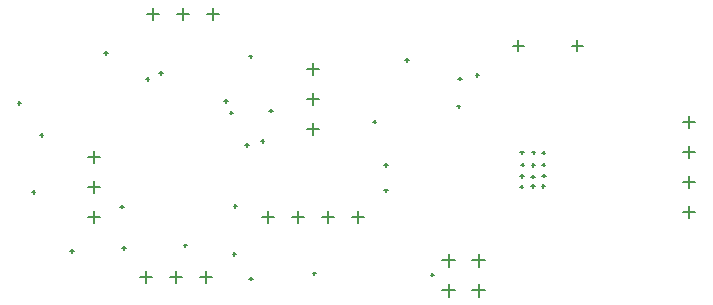
<source format=gbr>
G04*
G04 #@! TF.GenerationSoftware,Altium Limited,Altium Designer,25.8.1 (18)*
G04*
G04 Layer_Color=128*
%FSLAX25Y25*%
%MOIN*%
G70*
G04*
G04 #@! TF.SameCoordinates,4BE62294-00A5-47EF-9B78-CB70749D35C4*
G04*
G04*
G04 #@! TF.FilePolarity,Positive*
G04*
G01*
G75*
%ADD86C,0.00500*%
D86*
X108265Y-4970D02*
X112281D01*
X110273Y-6978D02*
Y-2962D01*
X108265Y5030D02*
X112281D01*
X110273Y3022D02*
Y7038D01*
X108265Y-14970D02*
X112281D01*
X110273Y-16978D02*
Y-12962D01*
X108265Y15030D02*
X112281D01*
X110273Y13022D02*
Y17038D01*
X-90080Y-16726D02*
X-86065D01*
X-88073Y-18734D02*
Y-14718D01*
X-90080Y-6726D02*
X-86065D01*
X-88073Y-8734D02*
Y-4718D01*
X-90080Y3274D02*
X-86065D01*
X-88073Y1266D02*
Y5282D01*
X-2046Y-16647D02*
X1970D01*
X-38Y-18655D02*
Y-14639D01*
X-32046Y-16647D02*
X-28030D01*
X-30038Y-18655D02*
Y-14639D01*
X-12046Y-16647D02*
X-8030D01*
X-10038Y-18655D02*
Y-14639D01*
X-22046Y-16647D02*
X-18030D01*
X-20038Y-18655D02*
Y-14639D01*
X71346Y40397D02*
X74889D01*
X73118Y38626D02*
Y42169D01*
X51661Y40397D02*
X55204D01*
X53433Y38626D02*
Y42169D01*
X38059Y-41240D02*
X42390D01*
X40225Y-43405D02*
Y-39075D01*
X28060Y-41240D02*
X32390D01*
X30225Y-43405D02*
Y-39075D01*
X28060Y-31240D02*
X32390D01*
X30225Y-33405D02*
Y-29074D01*
X38059Y-31240D02*
X42390D01*
X40225Y-33405D02*
Y-29074D01*
X-60500Y50888D02*
X-56485D01*
X-58492Y48880D02*
Y52896D01*
X-70500Y50888D02*
X-66484D01*
X-68492Y48880D02*
Y52896D01*
X-50500Y50888D02*
X-46485D01*
X-48492Y48880D02*
Y52896D01*
X-16984Y12556D02*
X-12968D01*
X-14976Y10548D02*
Y14564D01*
X-16984Y32556D02*
X-12968D01*
X-14976Y30548D02*
Y34564D01*
X-16984Y22556D02*
X-12968D01*
X-14976Y20548D02*
Y24564D01*
X-52865Y-36615D02*
X-48850D01*
X-50858Y-38623D02*
Y-34608D01*
X-62866Y-36615D02*
X-58850D01*
X-60858Y-38623D02*
Y-34608D01*
X-72865Y-36615D02*
X-68850D01*
X-70858Y-38623D02*
Y-34608D01*
X53872Y-6605D02*
X55053D01*
X54463Y-7196D02*
Y-6015D01*
X57671Y-6360D02*
X58852D01*
X58262Y-6951D02*
Y-5770D01*
X61144Y-6442D02*
X62325D01*
X61734Y-7033D02*
Y-5852D01*
X61430Y-2970D02*
X62611D01*
X62020Y-3560D02*
Y-2379D01*
X57712Y-3256D02*
X58893D01*
X58303Y-3846D02*
Y-2665D01*
X53954Y-3133D02*
X55135D01*
X54544Y-3724D02*
Y-2543D01*
X54228Y691D02*
X55409D01*
X54819Y101D02*
Y1282D01*
X57802Y632D02*
X58984D01*
X58393Y41D02*
Y1222D01*
X61258Y751D02*
X62439D01*
X61848Y160D02*
Y1342D01*
X61198Y4683D02*
X62379D01*
X61789Y4092D02*
Y5273D01*
X57922Y4802D02*
X59103D01*
X58512Y4211D02*
Y5393D01*
X54049Y4802D02*
X55231D01*
X54640Y4211D02*
Y5393D01*
X-70802Y29297D02*
X-69621D01*
X-70211Y28707D02*
Y29888D01*
X-66286Y31237D02*
X-65105D01*
X-65695Y30646D02*
Y31828D01*
X-44587Y21931D02*
X-43406D01*
X-43996Y21341D02*
Y22522D01*
X-42854Y18076D02*
X-41673D01*
X-42263Y17486D02*
Y18667D01*
X-84699Y37908D02*
X-83517D01*
X-84108Y37318D02*
Y38499D01*
X39174Y30654D02*
X40355D01*
X39764Y30063D02*
Y31244D01*
X4887Y15038D02*
X6068D01*
X5477Y14448D02*
Y15629D01*
X-29575Y18686D02*
X-28394D01*
X-28984Y18096D02*
Y19277D01*
X-15176Y-35505D02*
X-13995D01*
X-14585Y-36095D02*
Y-34914D01*
X-32411Y8519D02*
X-31230D01*
X-31820Y7929D02*
Y9110D01*
X-106091Y10576D02*
X-104910D01*
X-105501Y9985D02*
Y11166D01*
X-36407Y36776D02*
X-35226D01*
X-35816Y36185D02*
Y37367D01*
X-37656Y7324D02*
X-36475D01*
X-37065Y6733D02*
Y7914D01*
X-41542Y-13028D02*
X-40361D01*
X-40951Y-13619D02*
Y-12438D01*
X-108777Y-8498D02*
X-107596D01*
X-108186Y-9088D02*
Y-7907D01*
X-113472Y21246D02*
X-112291D01*
X-112882Y20656D02*
Y21837D01*
X-41816Y-29048D02*
X-40634D01*
X-41225Y-29639D02*
Y-28458D01*
X24140Y-35939D02*
X25321D01*
X24731Y-36530D02*
Y-35349D01*
X-58173Y-26175D02*
X-56992D01*
X-57582Y-26766D02*
Y-25585D01*
X32866Y20143D02*
X34047D01*
X33457Y19552D02*
Y20733D01*
X8691Y630D02*
X9872D01*
X9281Y39D02*
Y1220D01*
X8691Y-7872D02*
X9872D01*
X9281Y-8463D02*
Y-7282D01*
X-95970Y-28024D02*
X-94789D01*
X-95380Y-28615D02*
Y-27434D01*
X-78697Y-27167D02*
X-77516D01*
X-78106Y-27758D02*
Y-26577D01*
X-79332Y-13250D02*
X-78151D01*
X-78742Y-13841D02*
Y-12660D01*
X-36280Y-37254D02*
X-35099D01*
X-35690Y-37844D02*
Y-36663D01*
X15701Y35607D02*
X16882D01*
X16291Y35017D02*
Y36198D01*
X33408Y29402D02*
X34589D01*
X33999Y28812D02*
Y29993D01*
M02*

</source>
